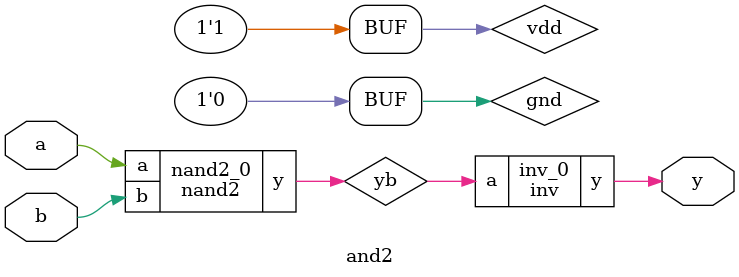
<source format=v>
/* Verilog for cell 'and2{sch}' from library 'tutorial_vb' */
/* Created on Mon Mar 07, 2011 01:32:30 */
/* Last revised on Tue Mar 15, 2011 23:46:52 */
/* Written on Wed Mar 16, 2011 00:26:04 by Electric VLSI Design System, version 9.00 */

module inv(a, y);
  input a;
  output y;

  supply1 vdd;
  supply0 gnd;
  tranif1 nmos_0(gnd, y, a);
  tranif0 pmos_0(y, vdd, a);
endmodule   /* inv */

module nand2(a, b, y);
  input a;
  input b;
  output y;

  supply1 vdd;
  supply0 gnd;
  wire net_1;

  tranif1 nmos_0(gnd, net_1, a);
  tranif1 nmos_1(net_1, y, b);
  tranif0 pmos_0(y, vdd, b);
  tranif0 pmos_1(y, vdd, a);
endmodule   /* nand2 */

module and2(a, b, y);
  input a;
  input b;
  output y;

  supply1 vdd;
  supply0 gnd;
  wire yb;

  inv inv_0(.a(yb), .y(y));
  nand2 nand2_0(.a(a), .b(b), .y(yb));
endmodule   /* and2 */

</source>
